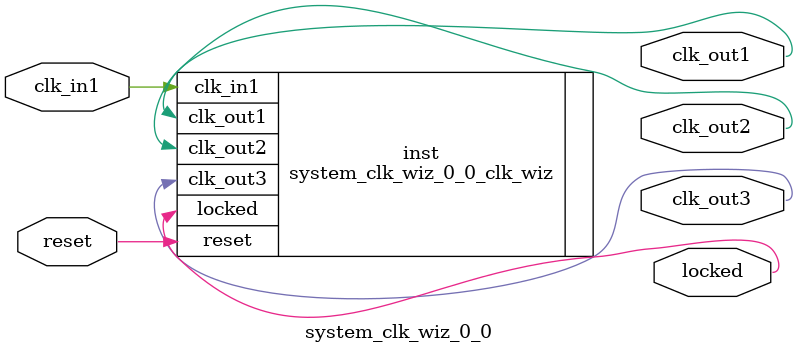
<source format=v>


`timescale 1ps/1ps

(* CORE_GENERATION_INFO = "system_clk_wiz_0_0,clk_wiz_v6_0_6_0_0,{component_name=system_clk_wiz_0_0,use_phase_alignment=false,use_min_o_jitter=false,use_max_i_jitter=false,use_dyn_phase_shift=false,use_inclk_switchover=false,use_dyn_reconfig=false,enable_axi=0,feedback_source=FDBK_AUTO,PRIMITIVE=MMCM,num_out_clk=3,clkin1_period=10.000,clkin2_period=10.000,use_power_down=false,use_reset=true,use_locked=true,use_inclk_stopped=false,feedback_type=SINGLE,CLOCK_MGR_TYPE=NA,manual_override=true}" *)

module system_clk_wiz_0_0 
 (
  // Clock out ports
  output        clk_out1,
  output        clk_out2,
  output        clk_out3,
  // Status and control signals
  input         reset,
  output        locked,
 // Clock in ports
  input         clk_in1
 );

  system_clk_wiz_0_0_clk_wiz inst
  (
  // Clock out ports  
  .clk_out1(clk_out1),
  .clk_out2(clk_out2),
  .clk_out3(clk_out3),
  // Status and control signals               
  .reset(reset), 
  .locked(locked),
 // Clock in ports
  .clk_in1(clk_in1)
  );

endmodule

</source>
